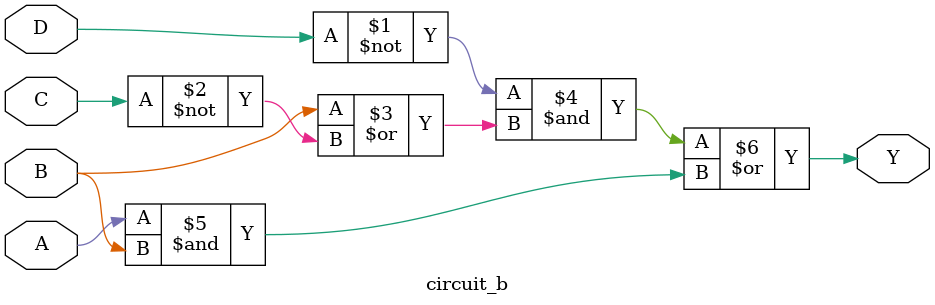
<source format=v>
module circuit_b(
   input A, B, C, D, // Declare inputs
    output Y // Declare Y output
);

   assign Y = ~D & ( B | ~C) | ( A & B );  // Enter logic equation here

endmodule

</source>
